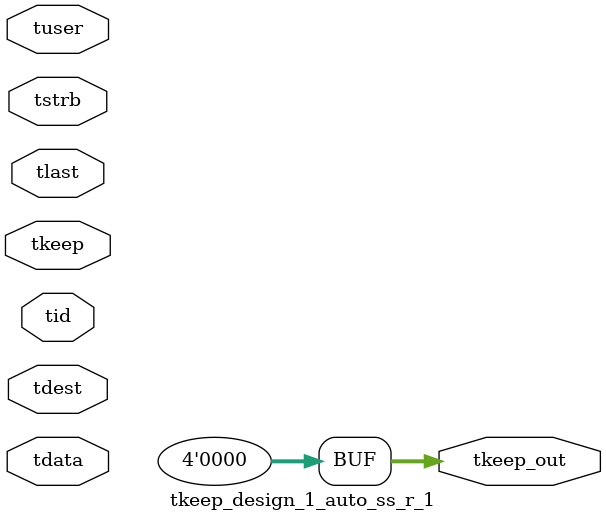
<source format=v>


`timescale 1ps/1ps

module tkeep_design_1_auto_ss_r_1 #
(
parameter C_S_AXIS_TDATA_WIDTH = 32,
parameter C_S_AXIS_TUSER_WIDTH = 0,
parameter C_S_AXIS_TID_WIDTH   = 0,
parameter C_S_AXIS_TDEST_WIDTH = 0,
parameter C_M_AXIS_TDATA_WIDTH = 32
)
(
input  [(C_S_AXIS_TDATA_WIDTH == 0 ? 1 : C_S_AXIS_TDATA_WIDTH)-1:0     ] tdata,
input  [(C_S_AXIS_TUSER_WIDTH == 0 ? 1 : C_S_AXIS_TUSER_WIDTH)-1:0     ] tuser,
input  [(C_S_AXIS_TID_WIDTH   == 0 ? 1 : C_S_AXIS_TID_WIDTH)-1:0       ] tid,
input  [(C_S_AXIS_TDEST_WIDTH == 0 ? 1 : C_S_AXIS_TDEST_WIDTH)-1:0     ] tdest,
input  [(C_S_AXIS_TDATA_WIDTH/8)-1:0 ] tkeep,
input  [(C_S_AXIS_TDATA_WIDTH/8)-1:0 ] tstrb,
input                                                                    tlast,
output [(C_M_AXIS_TDATA_WIDTH/8)-1:0 ] tkeep_out
);

assign tkeep_out = {1'b0};

endmodule


</source>
